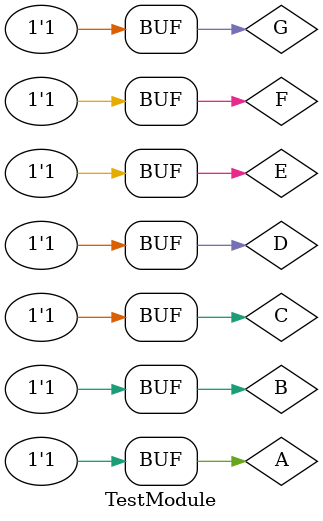
<source format=v>
`timescale 1ns / 1ps


module TestModule;

	// Inputs
	reg A;
	reg B;
	reg C;
	reg D;
	reg E;
	reg F;
	reg G;

	// Outputs
	wire X;
	wire Y;
	wire Z;

	// Instantiate the Unit Under Test (UUT)
	sevenInputCircuit uut (
		.A(A), 
		.B(B), 
		.C(C), 
		.D(D), 
		.E(E), 
		.F(F), 
		.G(G), 
		.X(X), 
		.Y(Y), 
		.Z(Z)
	);

	initial begin
		// Initialize Inputs
		A = 0;
		B = 0;
		C = 0;
		D = 0;
		E = 0;
		F = 0;
		G = 0;

		// Wait 100 ns for global reset to finish
		#100;
        
		// Add stimulus here
		/*#50 A = 1'b0;B = 1'b0;C = 1'b0;D = 1'b0;E = 1'b0;F = 1'b0;G = 1'b0;
		#50 A = 1'b0;B = 1'b0;C = 1'b0;D = 1'b0;E = 1'b0;F = 1'b0;G = 1'b1;
		#50 A = 1'b0;B = 1'b0;C = 1'b0;D = 1'b1;E = 1'b0;F = 1'b1;G = 1'b1;
		#50 A = 1'b0;B = 1'b0;C = 1'b0;D = 1'b1;E = 1'b1;F = 1'b0;G = 1'b0;
		#50 A = 1'b0;B = 1'b0;C = 1'b1;D = 1'b1;E = 1'b0;F = 1'b0;G = 1'b1;
		#50 A = 1'b0;B = 1'b1;C = 1'b0;D = 1'b0;E = 1'b0;F = 1'b0;G = 1'b0;
		#50 A = 1'b1;B = 1'b0;C = 1'b0;D = 1'b0;E = 1'b0;F = 1'b0;G = 1'b0;
		#50 A = 1'b1;B = 1'b1;C = 1'b1;D = 1'b1;E = 1'b1;F = 1'b1;G = 1'b1;*/
		
		#50 A = 0;B = 0;C = 0;D = 0;E = 0;F = 0;G = 0;
		#50 A = 0;B = 0;C = 0;D = 0;E = 0;F = 0;G = 1;
		#50 A = 0;B = 0;C = 0;D = 1;E = 0;F = 1;G = 1;
		#50 A = 0;B = 0;C = 0;D = 1;E = 1;F = 0;G = 0;
		#50 A = 0;B = 0;C = 1;D = 1;E = 0;F = 0;G = 1;
		#50 A = 0;B = 1;C = 0;D = 0;E = 0;F = 0;G = 0;
		#50 A = 1;B = 0;C = 0;D = 0;E = 0;F = 0;G = 0;
		#50 A = 1;B = 1;C = 1;D = 1;E = 1;F = 1;G = 1;

	end
      
endmodule


</source>
